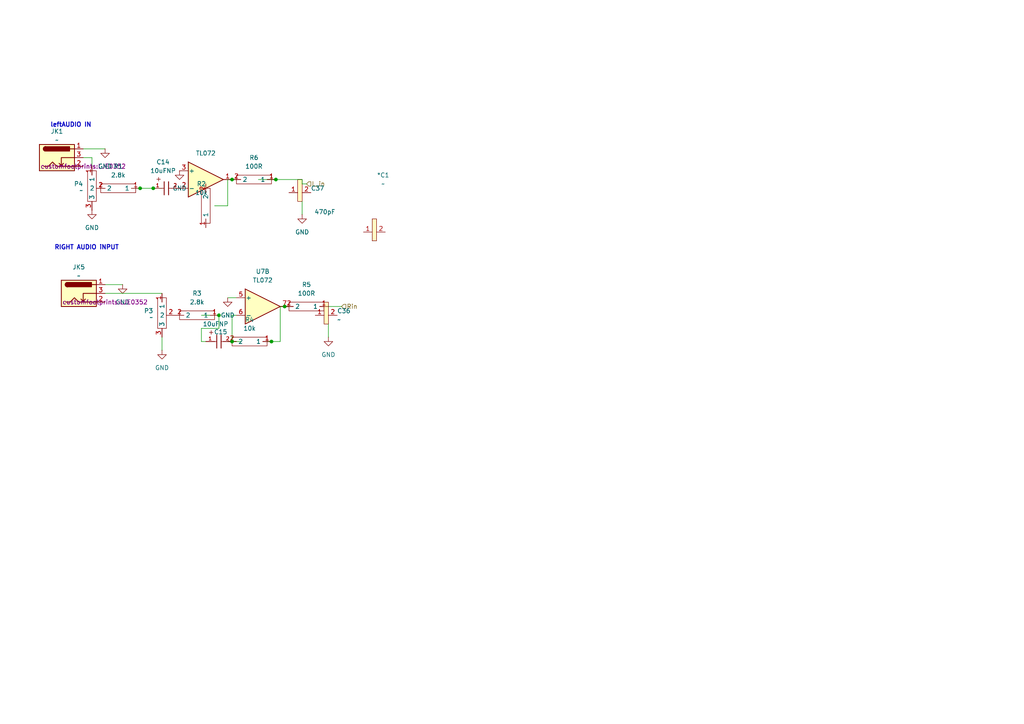
<source format=kicad_sch>
(kicad_sch
	(version 20231120)
	(generator "eeschema")
	(generator_version "8.0")
	(uuid "875d2c91-6325-4eed-92f5-a9778ccb833c")
	(paper "A4")
	(title_block
		(date "2025-10-02")
		(rev "1.02025")
	)
	(lib_symbols
		(symbol "Amplifier_Operational:TL072"
			(pin_names
				(offset 0.127)
			)
			(exclude_from_sim no)
			(in_bom yes)
			(on_board yes)
			(property "Reference" "U"
				(at 0 5.08 0)
				(effects
					(font
						(size 1.27 1.27)
					)
					(justify left)
				)
			)
			(property "Value" "TL072"
				(at 0 -5.08 0)
				(effects
					(font
						(size 1.27 1.27)
					)
					(justify left)
				)
			)
			(property "Footprint" ""
				(at 0 0 0)
				(effects
					(font
						(size 1.27 1.27)
					)
					(hide yes)
				)
			)
			(property "Datasheet" "http://www.ti.com/lit/ds/symlink/tl071.pdf"
				(at 0 0 0)
				(effects
					(font
						(size 1.27 1.27)
					)
					(hide yes)
				)
			)
			(property "Description" "Dual Low-Noise JFET-Input Operational Amplifiers, DIP-8/SOIC-8"
				(at 0 0 0)
				(effects
					(font
						(size 1.27 1.27)
					)
					(hide yes)
				)
			)
			(property "ki_locked" ""
				(at 0 0 0)
				(effects
					(font
						(size 1.27 1.27)
					)
				)
			)
			(property "ki_keywords" "dual opamp"
				(at 0 0 0)
				(effects
					(font
						(size 1.27 1.27)
					)
					(hide yes)
				)
			)
			(property "ki_fp_filters" "SOIC*3.9x4.9mm*P1.27mm* DIP*W7.62mm* TO*99* OnSemi*Micro8* TSSOP*3x3mm*P0.65mm* TSSOP*4.4x3mm*P0.65mm* MSOP*3x3mm*P0.65mm* SSOP*3.9x4.9mm*P0.635mm* LFCSP*2x2mm*P0.5mm* *SIP* SOIC*5.3x6.2mm*P1.27mm*"
				(at 0 0 0)
				(effects
					(font
						(size 1.27 1.27)
					)
					(hide yes)
				)
			)
			(symbol "TL072_1_1"
				(polyline
					(pts
						(xy -5.08 5.08) (xy 5.08 0) (xy -5.08 -5.08) (xy -5.08 5.08)
					)
					(stroke
						(width 0.254)
						(type default)
					)
					(fill
						(type background)
					)
				)
				(pin output line
					(at 7.62 0 180)
					(length 2.54)
					(name "~"
						(effects
							(font
								(size 1.27 1.27)
							)
						)
					)
					(number "1"
						(effects
							(font
								(size 1.27 1.27)
							)
						)
					)
				)
				(pin input line
					(at -7.62 -2.54 0)
					(length 2.54)
					(name "-"
						(effects
							(font
								(size 1.27 1.27)
							)
						)
					)
					(number "2"
						(effects
							(font
								(size 1.27 1.27)
							)
						)
					)
				)
				(pin input line
					(at -7.62 2.54 0)
					(length 2.54)
					(name "+"
						(effects
							(font
								(size 1.27 1.27)
							)
						)
					)
					(number "3"
						(effects
							(font
								(size 1.27 1.27)
							)
						)
					)
				)
			)
			(symbol "TL072_2_1"
				(polyline
					(pts
						(xy -5.08 5.08) (xy 5.08 0) (xy -5.08 -5.08) (xy -5.08 5.08)
					)
					(stroke
						(width 0.254)
						(type default)
					)
					(fill
						(type background)
					)
				)
				(pin input line
					(at -7.62 2.54 0)
					(length 2.54)
					(name "+"
						(effects
							(font
								(size 1.27 1.27)
							)
						)
					)
					(number "5"
						(effects
							(font
								(size 1.27 1.27)
							)
						)
					)
				)
				(pin input line
					(at -7.62 -2.54 0)
					(length 2.54)
					(name "-"
						(effects
							(font
								(size 1.27 1.27)
							)
						)
					)
					(number "6"
						(effects
							(font
								(size 1.27 1.27)
							)
						)
					)
				)
				(pin output line
					(at 7.62 0 180)
					(length 2.54)
					(name "~"
						(effects
							(font
								(size 1.27 1.27)
							)
						)
					)
					(number "7"
						(effects
							(font
								(size 1.27 1.27)
							)
						)
					)
				)
			)
			(symbol "TL072_3_1"
				(pin power_in line
					(at -2.54 -7.62 90)
					(length 3.81)
					(name "V-"
						(effects
							(font
								(size 1.27 1.27)
							)
						)
					)
					(number "4"
						(effects
							(font
								(size 1.27 1.27)
							)
						)
					)
				)
				(pin power_in line
					(at -2.54 7.62 270)
					(length 3.81)
					(name "V+"
						(effects
							(font
								(size 1.27 1.27)
							)
						)
					)
					(number "8"
						(effects
							(font
								(size 1.27 1.27)
							)
						)
					)
				)
			)
		)
		(symbol "common:CerCap"
			(exclude_from_sim no)
			(in_bom yes)
			(on_board yes)
			(property "Reference" "*C"
				(at 0 0 0)
				(effects
					(font
						(size 1.27 1.27)
					)
				)
			)
			(property "Value" ""
				(at 0 0 0)
				(effects
					(font
						(size 1.27 1.27)
					)
				)
			)
			(property "Footprint" "commonfootprint:Ceramic0603"
				(at 0 6.858 0)
				(effects
					(font
						(size 1.27 1.27)
					)
					(hide yes)
				)
			)
			(property "Datasheet" ""
				(at 0 0 0)
				(effects
					(font
						(size 1.27 1.27)
					)
					(hide yes)
				)
			)
			(property "Description" ""
				(at 0 0 0)
				(effects
					(font
						(size 1.27 1.27)
					)
					(hide yes)
				)
			)
			(symbol "CerCap_1_1"
				(rectangle
					(start -1.27 3.81)
					(end 0 -2.54)
					(stroke
						(width 0)
						(type default)
					)
					(fill
						(type background)
					)
				)
				(pin passive line
					(at -3.81 0 0)
					(length 2.54)
					(name ""
						(effects
							(font
								(size 1.27 1.27)
							)
						)
					)
					(number "1"
						(effects
							(font
								(size 1.27 1.27)
							)
						)
					)
				)
				(pin passive line
					(at 2.54 0 180)
					(length 2.54)
					(name ""
						(effects
							(font
								(size 1.27 1.27)
							)
						)
					)
					(number "2"
						(effects
							(font
								(size 1.27 1.27)
							)
						)
					)
				)
			)
		)
		(symbol "common:R"
			(exclude_from_sim no)
			(in_bom yes)
			(on_board yes)
			(property "Reference" "R*"
				(at 0 0 0)
				(effects
					(font
						(size 1.27 1.27)
					)
				)
			)
			(property "Value" ""
				(at 0 0 0)
				(effects
					(font
						(size 1.27 1.27)
					)
				)
			)
			(property "Footprint" "commonfootprint:Modcan0603"
				(at 0 0 0)
				(effects
					(font
						(size 1.27 1.27)
					)
					(hide yes)
				)
			)
			(property "Datasheet" ""
				(at 0 0 0)
				(effects
					(font
						(size 1.27 1.27)
					)
					(hide yes)
				)
			)
			(property "Description" ""
				(at 0 0 0)
				(effects
					(font
						(size 1.27 1.27)
					)
					(hide yes)
				)
			)
			(symbol "R_0_1"
				(rectangle
					(start -5.08 0)
					(end 5.08 -2.54)
					(stroke
						(width 0)
						(type default)
					)
					(fill
						(type none)
					)
				)
			)
			(symbol "R_1_1"
				(pin passive line
					(at -6.35 -1.27 0)
					(length 2.54)
					(name "1"
						(effects
							(font
								(size 1.27 1.27)
							)
						)
					)
					(number "1"
						(effects
							(font
								(size 1.27 1.27)
							)
						)
					)
				)
				(pin passive line
					(at 6.35 -1.27 180)
					(length 2.54)
					(name "2"
						(effects
							(font
								(size 1.27 1.27)
							)
						)
					)
					(number "2"
						(effects
							(font
								(size 1.27 1.27)
							)
						)
					)
				)
			)
		)
		(symbol "esp32lib:LJE0352"
			(exclude_from_sim no)
			(in_bom yes)
			(on_board yes)
			(property "Reference" "JK"
				(at 0 0 0)
				(effects
					(font
						(size 1.27 1.27)
					)
				)
			)
			(property "Value" ""
				(at 0 0 0)
				(effects
					(font
						(size 1.27 1.27)
					)
				)
			)
			(property "Footprint" "customfootprints:LJE0352"
				(at 0 0 0)
				(effects
					(font
						(size 1.27 1.27)
					)
					(hide yes)
				)
			)
			(property "Datasheet" ""
				(at 0 0 0)
				(effects
					(font
						(size 1.27 1.27)
					)
					(hide yes)
				)
			)
			(property "Description" ""
				(at 0 0 0)
				(effects
					(font
						(size 1.27 1.27)
					)
					(hide yes)
				)
			)
			(symbol "LJE0352_0_1"
				(rectangle
					(start -12.7 6.35)
					(end -2.54 -1.27)
					(stroke
						(width 0.254)
						(type default)
					)
					(fill
						(type background)
					)
				)
				(arc
					(start -10.922 5.715)
					(mid -11.5543 5.08)
					(end -10.922 4.445)
					(stroke
						(width 0.254)
						(type default)
					)
					(fill
						(type none)
					)
				)
				(arc
					(start -10.922 5.715)
					(mid -11.5543 5.08)
					(end -10.922 4.445)
					(stroke
						(width 0.254)
						(type default)
					)
					(fill
						(type outline)
					)
				)
				(rectangle
					(start -3.937 5.715)
					(end -10.922 4.445)
					(stroke
						(width 0.254)
						(type default)
					)
					(fill
						(type outline)
					)
				)
				(polyline
					(pts
						(xy -6.35 0.254) (xy -5.715 0.889)
					)
					(stroke
						(width 0.254)
						(type default)
					)
					(fill
						(type none)
					)
				)
				(polyline
					(pts
						(xy -2.54 5.08) (xy -3.81 5.08)
					)
					(stroke
						(width 0.254)
						(type default)
					)
					(fill
						(type none)
					)
				)
				(polyline
					(pts
						(xy -2.54 2.54) (xy -6.35 2.54) (xy -6.35 0.254) (xy -6.985 0.889)
					)
					(stroke
						(width 0.254)
						(type default)
					)
					(fill
						(type none)
					)
				)
				(polyline
					(pts
						(xy -11.43 0) (xy -10.16 0) (xy -8.89 1.27) (xy -7.62 0) (xy -5.08 0) (xy -2.54 0)
					)
					(stroke
						(width 0.254)
						(type default)
					)
					(fill
						(type none)
					)
				)
			)
			(symbol "LJE0352_1_1"
				(pin passive line
					(at 0 5.08 180)
					(length 2.54)
					(name "~"
						(effects
							(font
								(size 1.27 1.27)
							)
						)
					)
					(number "1"
						(effects
							(font
								(size 1.27 1.27)
							)
						)
					)
				)
				(pin passive line
					(at 0 0 180)
					(length 2.54)
					(name "~"
						(effects
							(font
								(size 1.27 1.27)
							)
						)
					)
					(number "2"
						(effects
							(font
								(size 1.27 1.27)
							)
						)
					)
				)
				(pin passive line
					(at 0 2.54 180)
					(length 2.54)
					(name "~"
						(effects
							(font
								(size 1.27 1.27)
							)
						)
					)
					(number "3"
						(effects
							(font
								(size 1.27 1.27)
							)
						)
					)
				)
			)
		)
		(symbol "esp32lib:Pot"
			(exclude_from_sim no)
			(in_bom yes)
			(on_board yes)
			(property "Reference" "P"
				(at 2.032 2.286 0)
				(effects
					(font
						(size 1.27 1.27)
					)
				)
			)
			(property "Value" ""
				(at 0 0 0)
				(effects
					(font
						(size 1.27 1.27)
					)
				)
			)
			(property "Footprint" "9mmsonghuie"
				(at 12.192 -5.842 0)
				(effects
					(font
						(size 1.27 1.27)
					)
					(hide yes)
				)
			)
			(property "Datasheet" ""
				(at 0 0 0)
				(effects
					(font
						(size 1.27 1.27)
					)
					(hide yes)
				)
			)
			(property "Description" ""
				(at 0 0 0)
				(effects
					(font
						(size 1.27 1.27)
					)
					(hide yes)
				)
			)
			(property "ki_keywords" "9mmPotSongHuie"
				(at 0 0 0)
				(effects
					(font
						(size 1.27 1.27)
					)
					(hide yes)
				)
			)
			(symbol "Pot_0_1"
				(rectangle
					(start -1.27 3.81)
					(end 1.27 -5.08)
					(stroke
						(width 0)
						(type default)
					)
					(fill
						(type none)
					)
				)
			)
			(symbol "Pot_1_1"
				(pin input line
					(at 0 5.08 270)
					(length 2.54)
					(name "1"
						(effects
							(font
								(size 1.27 1.27)
							)
						)
					)
					(number "1"
						(effects
							(font
								(size 1.27 1.27)
							)
						)
					)
				)
				(pin input line
					(at 3.81 -1.27 180)
					(length 2.54)
					(name "2"
						(effects
							(font
								(size 1.27 1.27)
							)
						)
					)
					(number "2"
						(effects
							(font
								(size 1.27 1.27)
							)
						)
					)
				)
				(pin input line
					(at 0 -7.62 90)
					(length 2.54)
					(name "3"
						(effects
							(font
								(size 1.27 1.27)
							)
						)
					)
					(number "3"
						(effects
							(font
								(size 1.27 1.27)
							)
						)
					)
				)
			)
		)
		(symbol "esp32lib:WCAP-PSLP_5X5.8"
			(pin_names
				(offset 1.016)
			)
			(exclude_from_sim no)
			(in_bom yes)
			(on_board yes)
			(property "Reference" "C"
				(at 1.175 3.38 0)
				(effects
					(font
						(size 1.27 1.27)
					)
					(justify bottom)
				)
			)
			(property "Value" "WCAP-PSLP_5X5.8"
				(at 0.915 -5.075 0)
				(effects
					(font
						(size 1.27 1.27)
					)
					(justify bottom)
				)
			)
			(property "Footprint" "customfootprints:WCAP-PSLP_5X5.8_DXL_"
				(at 0 0 0)
				(effects
					(font
						(size 1.27 1.27)
					)
					(justify bottom)
					(hide yes)
				)
			)
			(property "Datasheet" ""
				(at 0 0 0)
				(effects
					(font
						(size 1.27 1.27)
					)
					(hide yes)
				)
			)
			(property "Description" ""
				(at 0 0 0)
				(effects
					(font
						(size 1.27 1.27)
					)
					(hide yes)
				)
			)
			(property "ki_keywords" "NP10uF"
				(at 0 0 0)
				(effects
					(font
						(size 1.27 1.27)
					)
					(hide yes)
				)
			)
			(symbol "WCAP-PSLP_5X5.8_0_0"
				(polyline
					(pts
						(xy 0 0) (xy 0.6426 0)
					)
					(stroke
						(width 0.1524)
						(type default)
					)
					(fill
						(type none)
					)
				)
				(polyline
					(pts
						(xy 0.635 -1.905) (xy 0.635 1.905)
					)
					(stroke
						(width 0.254)
						(type default)
					)
					(fill
						(type none)
					)
				)
				(polyline
					(pts
						(xy 1.905 1.905) (xy 1.905 -1.905)
					)
					(stroke
						(width 0.254)
						(type default)
					)
					(fill
						(type none)
					)
				)
				(polyline
					(pts
						(xy 1.9279 0) (xy 2.5705 0)
					)
					(stroke
						(width 0.1524)
						(type default)
					)
					(fill
						(type none)
					)
				)
				(text "+"
					(at 2.54 -1.905 0)
					(effects
						(font
							(size 1.4224 1.4224)
						)
						(justify left bottom)
					)
				)
				(pin passive line
					(at 5.08 0 180)
					(length 2.54)
					(name "~"
						(effects
							(font
								(size 1.016 1.016)
							)
						)
					)
					(number "1"
						(effects
							(font
								(size 1.016 1.016)
							)
						)
					)
				)
				(pin passive line
					(at -2.54 0 0)
					(length 2.54)
					(name "~"
						(effects
							(font
								(size 1.016 1.016)
							)
						)
					)
					(number "2"
						(effects
							(font
								(size 1.016 1.016)
							)
						)
					)
				)
			)
		)
		(symbol "power:GND"
			(power)
			(pin_numbers hide)
			(pin_names
				(offset 0) hide)
			(exclude_from_sim no)
			(in_bom yes)
			(on_board yes)
			(property "Reference" "#PWR"
				(at 0 -6.35 0)
				(effects
					(font
						(size 1.27 1.27)
					)
					(hide yes)
				)
			)
			(property "Value" "GND"
				(at 0 -3.81 0)
				(effects
					(font
						(size 1.27 1.27)
					)
				)
			)
			(property "Footprint" ""
				(at 0 0 0)
				(effects
					(font
						(size 1.27 1.27)
					)
					(hide yes)
				)
			)
			(property "Datasheet" ""
				(at 0 0 0)
				(effects
					(font
						(size 1.27 1.27)
					)
					(hide yes)
				)
			)
			(property "Description" "Power symbol creates a global label with name \"GND\" , ground"
				(at 0 0 0)
				(effects
					(font
						(size 1.27 1.27)
					)
					(hide yes)
				)
			)
			(property "ki_keywords" "global power"
				(at 0 0 0)
				(effects
					(font
						(size 1.27 1.27)
					)
					(hide yes)
				)
			)
			(symbol "GND_0_1"
				(polyline
					(pts
						(xy 0 0) (xy 0 -1.27) (xy 1.27 -1.27) (xy 0 -2.54) (xy -1.27 -1.27) (xy 0 -1.27)
					)
					(stroke
						(width 0)
						(type default)
					)
					(fill
						(type none)
					)
				)
			)
			(symbol "GND_1_1"
				(pin power_in line
					(at 0 0 270)
					(length 0)
					(name "~"
						(effects
							(font
								(size 1.27 1.27)
							)
						)
					)
					(number "1"
						(effects
							(font
								(size 1.27 1.27)
							)
						)
					)
				)
			)
		)
	)
	(junction
		(at 80.01 52.07)
		(diameter 0)
		(color 0 0 0 0)
		(uuid "0719cef5-a4ad-4dfa-83ac-1024dae3ba3d")
	)
	(junction
		(at 40.64 54.61)
		(diameter 0)
		(color 0 0 0 0)
		(uuid "3e8976ce-900c-41f8-808b-8ef0acfe9059")
	)
	(junction
		(at 67.31 52.07)
		(diameter 0)
		(color 0 0 0 0)
		(uuid "4f2a761d-9690-4829-acd7-64b872c76079")
	)
	(junction
		(at 63.5 91.44)
		(diameter 0)
		(color 0 0 0 0)
		(uuid "5fa0499a-3fd2-488e-baf4-986f7e000781")
	)
	(junction
		(at 82.55 88.9)
		(diameter 0)
		(color 0 0 0 0)
		(uuid "8da10b97-8b72-4e90-a0be-a6eda6fb7f3a")
	)
	(junction
		(at 78.74 99.06)
		(diameter 0)
		(color 0 0 0 0)
		(uuid "9af3a65f-4ea7-49de-b111-605f23aca80b")
	)
	(junction
		(at 67.31 99.06)
		(diameter 0)
		(color 0 0 0 0)
		(uuid "f94293e5-2141-4844-84e3-eddce7f0897a")
	)
	(junction
		(at 44.45 54.61)
		(diameter 0)
		(color 0 0 0 0)
		(uuid "fadefa85-d616-4c47-b1d3-ec53eb6b5e7c")
	)
	(wire
		(pts
			(xy 30.48 82.55) (xy 35.56 82.55)
		)
		(stroke
			(width 0)
			(type default)
		)
		(uuid "03fd568b-13f9-44f7-b3f5-fd80d9e2a7d0")
	)
	(wire
		(pts
			(xy 40.64 54.61) (xy 44.45 54.61)
		)
		(stroke
			(width 0)
			(type default)
		)
		(uuid "0950eaea-572f-465a-bbef-86e8ea056d82")
	)
	(wire
		(pts
			(xy 26.67 45.72) (xy 26.67 48.26)
		)
		(stroke
			(width 0)
			(type default)
		)
		(uuid "09a8d43c-2b17-4e24-be7d-372ee1eed75e")
	)
	(wire
		(pts
			(xy 87.63 52.07) (xy 87.63 53.34)
		)
		(stroke
			(width 0)
			(type default)
		)
		(uuid "12514e18-8b86-4527-8754-4f8535fdb55f")
	)
	(wire
		(pts
			(xy 67.31 91.44) (xy 68.58 91.44)
		)
		(stroke
			(width 0)
			(type default)
		)
		(uuid "184a597f-6cb4-4d30-9239-aab089392f38")
	)
	(wire
		(pts
			(xy 24.13 45.72) (xy 26.67 45.72)
		)
		(stroke
			(width 0)
			(type default)
		)
		(uuid "1b0bdceb-8014-4f1c-8344-0e42abea7cd3")
	)
	(wire
		(pts
			(xy 24.13 43.18) (xy 30.48 43.18)
		)
		(stroke
			(width 0)
			(type default)
		)
		(uuid "2837f947-15d8-4916-8223-02ef353464b9")
	)
	(wire
		(pts
			(xy 38.1 54.61) (xy 40.64 54.61)
		)
		(stroke
			(width 0)
			(type default)
		)
		(uuid "2af9cc0a-62e2-4b89-bf40-696c7e01dfa6")
	)
	(wire
		(pts
			(xy 77.47 99.06) (xy 78.74 99.06)
		)
		(stroke
			(width 0)
			(type default)
		)
		(uuid "2d6e8e1f-d541-4a8e-9957-27e1a46aa6a3")
	)
	(wire
		(pts
			(xy 88.9 53.34) (xy 87.63 53.34)
		)
		(stroke
			(width 0)
			(type default)
		)
		(uuid "331549eb-8c22-4746-b8f6-8f4d86b1ec50")
	)
	(wire
		(pts
			(xy 63.5 91.44) (xy 58.42 91.44)
		)
		(stroke
			(width 0)
			(type default)
		)
		(uuid "33ac1d26-30ad-47a1-a183-b6744c3ce019")
	)
	(wire
		(pts
			(xy 81.28 88.9) (xy 82.55 88.9)
		)
		(stroke
			(width 0)
			(type default)
		)
		(uuid "37238d76-74ce-4e04-afd6-852b4ba04615")
	)
	(wire
		(pts
			(xy 62.23 59.69) (xy 66.04 59.69)
		)
		(stroke
			(width 0)
			(type default)
		)
		(uuid "396d4833-ca0b-4e8f-9034-285199bdf104")
	)
	(wire
		(pts
			(xy 80.01 52.07) (xy 87.63 52.07)
		)
		(stroke
			(width 0)
			(type default)
		)
		(uuid "39bdf9df-bd62-480e-97ef-e3eaa89f3ce8")
	)
	(wire
		(pts
			(xy 67.31 91.44) (xy 67.31 99.06)
		)
		(stroke
			(width 0)
			(type default)
		)
		(uuid "3e7cbaf3-5bea-43b0-b3e7-b0c073e3f800")
	)
	(wire
		(pts
			(xy 66.04 99.06) (xy 67.31 99.06)
		)
		(stroke
			(width 0)
			(type default)
		)
		(uuid "3f7ddef4-5c8c-41fe-8091-cf8375e08006")
	)
	(wire
		(pts
			(xy 30.48 85.09) (xy 46.99 85.09)
		)
		(stroke
			(width 0)
			(type default)
		)
		(uuid "40aaf123-8a83-4a6e-8c5b-5e28dcb65a1c")
	)
	(wire
		(pts
			(xy 58.42 95.25) (xy 63.5 95.25)
		)
		(stroke
			(width 0)
			(type default)
		)
		(uuid "53f766ba-198b-451b-8cad-112d3e2eca0d")
	)
	(wire
		(pts
			(xy 66.04 86.36) (xy 68.58 86.36)
		)
		(stroke
			(width 0)
			(type default)
		)
		(uuid "5974da68-0ff3-45e2-823f-5fb991f50cb3")
	)
	(wire
		(pts
			(xy 87.63 62.23) (xy 87.63 58.42)
		)
		(stroke
			(width 0)
			(type default)
		)
		(uuid "5f15098e-2b49-4308-be9f-54513d7e8d94")
	)
	(wire
		(pts
			(xy 44.45 54.61) (xy 46.99 54.61)
		)
		(stroke
			(width 0)
			(type default)
		)
		(uuid "6a7f5a3b-ea23-4d20-8bf3-bcaa69f4fb3c")
	)
	(wire
		(pts
			(xy 81.28 99.06) (xy 81.28 88.9)
		)
		(stroke
			(width 0)
			(type default)
		)
		(uuid "7593b70f-c502-4036-9bec-5ec3fe06c975")
	)
	(wire
		(pts
			(xy 99.06 88.9) (xy 95.25 88.9)
		)
		(stroke
			(width 0)
			(type default)
		)
		(uuid "7d7bc06e-d4f2-4f18-ab8d-6e2cafded8c8")
	)
	(wire
		(pts
			(xy 66.04 59.69) (xy 66.04 52.07)
		)
		(stroke
			(width 0)
			(type default)
		)
		(uuid "8405a3f8-9713-4653-803d-5277686668f0")
	)
	(wire
		(pts
			(xy 69.85 99.06) (xy 67.31 99.06)
		)
		(stroke
			(width 0)
			(type default)
		)
		(uuid "9273f9d6-7f13-47e3-92b1-7b7d7e1bf0e7")
	)
	(wire
		(pts
			(xy 82.55 88.9) (xy 83.82 88.9)
		)
		(stroke
			(width 0)
			(type default)
		)
		(uuid "96891e1a-3a1e-4ac6-a2a5-de079e72368a")
	)
	(wire
		(pts
			(xy 58.42 99.06) (xy 58.42 95.25)
		)
		(stroke
			(width 0)
			(type default)
		)
		(uuid "a011f69d-5136-4333-b930-86f03b30b2bb")
	)
	(wire
		(pts
			(xy 74.93 52.07) (xy 80.01 52.07)
		)
		(stroke
			(width 0)
			(type default)
		)
		(uuid "a8e02b42-6ff9-4ff8-9ca2-0cf8c0ee1ca2")
	)
	(wire
		(pts
			(xy 46.99 101.6) (xy 46.99 97.79)
		)
		(stroke
			(width 0)
			(type default)
		)
		(uuid "d1d06f48-d67e-4cff-9791-e21185b43701")
	)
	(wire
		(pts
			(xy 66.04 52.07) (xy 67.31 52.07)
		)
		(stroke
			(width 0)
			(type default)
		)
		(uuid "d462815f-b544-47c7-97f1-a344b4efe3ef")
	)
	(wire
		(pts
			(xy 78.74 99.06) (xy 81.28 99.06)
		)
		(stroke
			(width 0)
			(type default)
		)
		(uuid "e0b2cd75-7d3c-44cc-a7f2-84334ed412cc")
	)
	(wire
		(pts
			(xy 63.5 95.25) (xy 63.5 91.44)
		)
		(stroke
			(width 0)
			(type default)
		)
		(uuid "ee930a40-3361-45ce-9588-737b13cadefe")
	)
	(wire
		(pts
			(xy 95.25 97.79) (xy 95.25 93.98)
		)
		(stroke
			(width 0)
			(type default)
		)
		(uuid "f8f636d1-c303-408a-931b-e2b29052748d")
	)
	(wire
		(pts
			(xy 58.42 99.06) (xy 59.69 99.06)
		)
		(stroke
			(width 0)
			(type default)
		)
		(uuid "fc2a57ce-d7ca-47ea-9ac8-b20e87d0228d")
	)
	(text "RIGHT AUDIO iNPUT\n"
		(exclude_from_sim no)
		(at 25.146 71.882 0)
		(effects
			(font
				(size 1.27 1.27)
				(thickness 0.254)
				(bold yes)
			)
		)
		(uuid "9697d72e-0cb7-4209-aee5-df98681a8957")
	)
	(text "leftAUDIO IN\n"
		(exclude_from_sim no)
		(at 20.574 36.322 0)
		(effects
			(font
				(size 1.27 1.27)
				(thickness 0.254)
				(bold yes)
			)
		)
		(uuid "c30d2ff8-3058-498d-99b0-79adfa19b281")
	)
	(hierarchical_label "Rin"
		(shape input)
		(at 99.06 88.9 0)
		(effects
			(font
				(size 1.27 1.27)
			)
			(justify left)
		)
		(uuid "0482d661-7f29-40db-a718-b2bea02f8289")
	)
	(hierarchical_label "L_in"
		(shape input)
		(at 88.9 53.34 0)
		(effects
			(font
				(size 1.27 1.27)
			)
			(justify left)
		)
		(uuid "0ec96b42-d428-4cd8-94d5-9ac40e1e58dd")
	)
	(symbol
		(lib_id "common:R")
		(at 73.66 53.34 180)
		(unit 1)
		(exclude_from_sim no)
		(in_bom yes)
		(on_board yes)
		(dnp no)
		(fields_autoplaced yes)
		(uuid "02b52268-d9db-4319-a0ea-c13a17830019")
		(property "Reference" "R6"
			(at 73.66 45.72 0)
			(effects
				(font
					(size 1.27 1.27)
				)
			)
		)
		(property "Value" "100R"
			(at 73.66 48.26 0)
			(effects
				(font
					(size 1.27 1.27)
				)
			)
		)
		(property "Footprint" "commonfootprint:Modcan0603"
			(at 75.438 53.34 90)
			(effects
				(font
					(size 1.27 1.27)
				)
				(hide yes)
			)
		)
		(property "Datasheet" "~"
			(at 73.66 53.34 0)
			(effects
				(font
					(size 1.27 1.27)
				)
				(hide yes)
			)
		)
		(property "Description" "Resistor"
			(at 73.66 53.34 0)
			(effects
				(font
					(size 1.27 1.27)
				)
				(hide yes)
			)
		)
		(pin "1"
			(uuid "d582ae8d-36c9-4f9d-9d78-4ab04728767d")
		)
		(pin "2"
			(uuid "78fa66d6-4444-41ee-8eb3-a697e6eeabd9")
		)
		(instances
			(project "esp32"
				(path "/c4754426-a41b-4341-9d09-2e389619f3d6/32d637b3-b81c-4082-b7fa-739e0cc157fd/c3ee90a3-3bf6-46a1-8e78-8639215a2e13"
					(reference "R6")
					(unit 1)
				)
			)
		)
	)
	(symbol
		(lib_id "power:GND")
		(at 52.07 49.53 0)
		(unit 1)
		(exclude_from_sim no)
		(in_bom yes)
		(on_board yes)
		(dnp no)
		(fields_autoplaced yes)
		(uuid "1338716f-9912-4b1d-a705-5b0d0dad4f27")
		(property "Reference" "#PWR30"
			(at 52.07 55.88 0)
			(effects
				(font
					(size 1.27 1.27)
				)
				(hide yes)
			)
		)
		(property "Value" "GND"
			(at 52.07 54.61 0)
			(effects
				(font
					(size 1.27 1.27)
				)
			)
		)
		(property "Footprint" ""
			(at 52.07 49.53 0)
			(effects
				(font
					(size 1.27 1.27)
				)
				(hide yes)
			)
		)
		(property "Datasheet" ""
			(at 52.07 49.53 0)
			(effects
				(font
					(size 1.27 1.27)
				)
				(hide yes)
			)
		)
		(property "Description" "Power symbol creates a global label with name \"GND\" , ground"
			(at 52.07 49.53 0)
			(effects
				(font
					(size 1.27 1.27)
				)
				(hide yes)
			)
		)
		(pin "1"
			(uuid "224c683b-9b4b-4688-9d4e-c232febf9b0b")
		)
		(instances
			(project ""
				(path "/c4754426-a41b-4341-9d09-2e389619f3d6/32d637b3-b81c-4082-b7fa-739e0cc157fd/c3ee90a3-3bf6-46a1-8e78-8639215a2e13"
					(reference "#PWR30")
					(unit 1)
				)
			)
		)
	)
	(symbol
		(lib_id "power:GND")
		(at 35.56 82.55 0)
		(unit 1)
		(exclude_from_sim no)
		(in_bom yes)
		(on_board yes)
		(dnp no)
		(fields_autoplaced yes)
		(uuid "1b38d432-5354-4402-9e79-ed4cb30799a5")
		(property "Reference" "#PWR79"
			(at 35.56 88.9 0)
			(effects
				(font
					(size 1.27 1.27)
				)
				(hide yes)
			)
		)
		(property "Value" "GND"
			(at 35.56 87.63 0)
			(effects
				(font
					(size 1.27 1.27)
				)
			)
		)
		(property "Footprint" ""
			(at 35.56 82.55 0)
			(effects
				(font
					(size 1.27 1.27)
				)
				(hide yes)
			)
		)
		(property "Datasheet" ""
			(at 35.56 82.55 0)
			(effects
				(font
					(size 1.27 1.27)
				)
				(hide yes)
			)
		)
		(property "Description" "Power symbol creates a global label with name \"GND\" , ground"
			(at 35.56 82.55 0)
			(effects
				(font
					(size 1.27 1.27)
				)
				(hide yes)
			)
		)
		(pin "1"
			(uuid "7d665bc0-3812-470c-a0f4-9bf383c55f42")
		)
		(instances
			(project ""
				(path "/c4754426-a41b-4341-9d09-2e389619f3d6/32d637b3-b81c-4082-b7fa-739e0cc157fd/c3ee90a3-3bf6-46a1-8e78-8639215a2e13"
					(reference "#PWR79")
					(unit 1)
				)
			)
		)
	)
	(symbol
		(lib_id "power:GND")
		(at 87.63 62.23 0)
		(unit 1)
		(exclude_from_sim no)
		(in_bom yes)
		(on_board yes)
		(dnp no)
		(fields_autoplaced yes)
		(uuid "20600f08-0f88-4525-9e38-3b4745722023")
		(property "Reference" "#PWR85"
			(at 87.63 68.58 0)
			(effects
				(font
					(size 1.27 1.27)
				)
				(hide yes)
			)
		)
		(property "Value" "GND"
			(at 87.63 67.31 0)
			(effects
				(font
					(size 1.27 1.27)
				)
			)
		)
		(property "Footprint" ""
			(at 87.63 62.23 0)
			(effects
				(font
					(size 1.27 1.27)
				)
				(hide yes)
			)
		)
		(property "Datasheet" ""
			(at 87.63 62.23 0)
			(effects
				(font
					(size 1.27 1.27)
				)
				(hide yes)
			)
		)
		(property "Description" "Power symbol creates a global label with name \"GND\" , ground"
			(at 87.63 62.23 0)
			(effects
				(font
					(size 1.27 1.27)
				)
				(hide yes)
			)
		)
		(pin "1"
			(uuid "7dd49145-a9c5-4e14-8bc3-c47dcf3eb8c4")
		)
		(instances
			(project ""
				(path "/c4754426-a41b-4341-9d09-2e389619f3d6/32d637b3-b81c-4082-b7fa-739e0cc157fd/c3ee90a3-3bf6-46a1-8e78-8639215a2e13"
					(reference "#PWR85")
					(unit 1)
				)
			)
		)
	)
	(symbol
		(lib_id "Amplifier_Operational:TL072")
		(at 76.2 88.9 0)
		(unit 2)
		(exclude_from_sim no)
		(in_bom yes)
		(on_board yes)
		(dnp no)
		(fields_autoplaced yes)
		(uuid "2a557b31-c8ce-4733-81ef-caf881bf7b24")
		(property "Reference" "U7"
			(at 76.2 78.74 0)
			(effects
				(font
					(size 1.27 1.27)
				)
			)
		)
		(property "Value" "TL072"
			(at 76.2 81.28 0)
			(effects
				(font
					(size 1.27 1.27)
				)
			)
		)
		(property "Footprint" ""
			(at 76.2 88.9 0)
			(effects
				(font
					(size 1.27 1.27)
				)
				(hide yes)
			)
		)
		(property "Datasheet" "http://www.ti.com/lit/ds/symlink/tl071.pdf"
			(at 76.2 88.9 0)
			(effects
				(font
					(size 1.27 1.27)
				)
				(hide yes)
			)
		)
		(property "Description" "Dual Low-Noise JFET-Input Operational Amplifiers, DIP-8/SOIC-8"
			(at 76.2 88.9 0)
			(effects
				(font
					(size 1.27 1.27)
				)
				(hide yes)
			)
		)
		(pin "3"
			(uuid "fa88937e-b984-4b55-a1ca-cf6f56d0a104")
		)
		(pin "1"
			(uuid "8cdf1271-c2a1-46e1-98e7-c61838f484f5")
		)
		(pin "2"
			(uuid "afd25439-5549-446d-ad25-89b58c37be00")
		)
		(pin "5"
			(uuid "a8461d26-c054-4ff0-b931-5e431425f175")
		)
		(pin "6"
			(uuid "796ccd6a-d74a-4b94-8cf5-d76f90874627")
		)
		(pin "7"
			(uuid "73de30db-3eca-41dc-818d-dff88e8c81de")
		)
		(pin "4"
			(uuid "3f3006ee-7d2c-4060-8090-c1714ff20d97")
		)
		(pin "8"
			(uuid "556405b3-8ac4-45f1-92a5-dda17cdc8017")
		)
		(instances
			(project ""
				(path "/c4754426-a41b-4341-9d09-2e389619f3d6/32d637b3-b81c-4082-b7fa-739e0cc157fd/c3ee90a3-3bf6-46a1-8e78-8639215a2e13"
					(reference "U7")
					(unit 2)
				)
			)
		)
	)
	(symbol
		(lib_id "esp32lib:LJE0352")
		(at 30.48 87.63 0)
		(unit 1)
		(exclude_from_sim no)
		(in_bom yes)
		(on_board yes)
		(dnp no)
		(fields_autoplaced yes)
		(uuid "3f49ff68-ddf4-4bc8-8913-f104e9ea587d")
		(property "Reference" "JK5"
			(at 22.86 77.47 0)
			(effects
				(font
					(size 1.27 1.27)
				)
			)
		)
		(property "Value" "~"
			(at 22.86 80.01 0)
			(effects
				(font
					(size 1.27 1.27)
				)
			)
		)
		(property "Footprint" "customfootprints:LJE0352"
			(at 30.48 87.63 0)
			(effects
				(font
					(size 1.27 1.27)
				)
			)
		)
		(property "Datasheet" ""
			(at 30.48 87.63 0)
			(effects
				(font
					(size 1.27 1.27)
				)
				(hide yes)
			)
		)
		(property "Description" ""
			(at 30.48 87.63 0)
			(effects
				(font
					(size 1.27 1.27)
				)
				(hide yes)
			)
		)
		(pin "2"
			(uuid "1bd8b1e4-7517-491b-b199-08cf3a76dd94")
		)
		(pin "1"
			(uuid "803ab8f5-68d3-4252-b23e-8c80f568d768")
		)
		(pin "3"
			(uuid "7e7048b0-5358-4ad3-95e9-d5780d02946c")
		)
		(instances
			(project ""
				(path "/c4754426-a41b-4341-9d09-2e389619f3d6/32d637b3-b81c-4082-b7fa-739e0cc157fd/c3ee90a3-3bf6-46a1-8e78-8639215a2e13"
					(reference "JK5")
					(unit 1)
				)
			)
		)
	)
	(symbol
		(lib_id "esp32lib:Pot")
		(at 26.67 53.34 0)
		(unit 1)
		(exclude_from_sim no)
		(in_bom yes)
		(on_board yes)
		(dnp no)
		(fields_autoplaced yes)
		(uuid "3fa731c4-0c74-4b47-99db-f6a7e4945329")
		(property "Reference" "P4"
			(at 24.13 53.3399 0)
			(effects
				(font
					(size 1.27 1.27)
				)
				(justify right)
			)
		)
		(property "Value" "~"
			(at 24.13 55.245 0)
			(effects
				(font
					(size 1.27 1.27)
				)
				(justify right)
			)
		)
		(property "Footprint" "9mmsonghuie"
			(at 38.862 59.182 0)
			(effects
				(font
					(size 1.27 1.27)
				)
				(hide yes)
			)
		)
		(property "Datasheet" ""
			(at 26.67 53.34 0)
			(effects
				(font
					(size 1.27 1.27)
				)
				(hide yes)
			)
		)
		(property "Description" ""
			(at 26.67 53.34 0)
			(effects
				(font
					(size 1.27 1.27)
				)
				(hide yes)
			)
		)
		(pin "3"
			(uuid "92025321-5ab9-4ed2-b335-47072a31700d")
		)
		(pin "2"
			(uuid "7eac0ac3-dc0e-4cc0-a65e-045062ed842e")
		)
		(pin "1"
			(uuid "5279cba1-da40-4cf1-97b2-7b40d6e3a14a")
		)
		(instances
			(project ""
				(path "/c4754426-a41b-4341-9d09-2e389619f3d6/32d637b3-b81c-4082-b7fa-739e0cc157fd/c3ee90a3-3bf6-46a1-8e78-8639215a2e13"
					(reference "P4")
					(unit 1)
				)
			)
		)
	)
	(symbol
		(lib_id "esp32lib:LJE0352")
		(at 24.13 48.26 0)
		(unit 1)
		(exclude_from_sim no)
		(in_bom yes)
		(on_board yes)
		(dnp no)
		(fields_autoplaced yes)
		(uuid "4a85d548-9f29-4847-895a-1c03b941bfa6")
		(property "Reference" "JK1"
			(at 16.51 38.1 0)
			(effects
				(font
					(size 1.27 1.27)
				)
			)
		)
		(property "Value" "~"
			(at 16.51 40.64 0)
			(effects
				(font
					(size 1.27 1.27)
				)
			)
		)
		(property "Footprint" "customfootprints:LJE0352"
			(at 24.13 48.26 0)
			(effects
				(font
					(size 1.27 1.27)
				)
			)
		)
		(property "Datasheet" ""
			(at 24.13 48.26 0)
			(effects
				(font
					(size 1.27 1.27)
				)
				(hide yes)
			)
		)
		(property "Description" ""
			(at 24.13 48.26 0)
			(effects
				(font
					(size 1.27 1.27)
				)
				(hide yes)
			)
		)
		(pin "1"
			(uuid "49e5f970-6dda-4cfd-bcd2-7801c03597be")
		)
		(pin "2"
			(uuid "67d7770a-d08b-4b32-b04f-ec09f9a9a147")
		)
		(pin "3"
			(uuid "b6b658fe-e9af-40f3-8b96-4a918ee3ae3f")
		)
		(instances
			(project ""
				(path "/c4754426-a41b-4341-9d09-2e389619f3d6/32d637b3-b81c-4082-b7fa-739e0cc157fd/c3ee90a3-3bf6-46a1-8e78-8639215a2e13"
					(reference "JK1")
					(unit 1)
				)
			)
		)
	)
	(symbol
		(lib_id "common:R")
		(at 58.42 59.69 90)
		(unit 1)
		(exclude_from_sim no)
		(in_bom yes)
		(on_board yes)
		(dnp no)
		(fields_autoplaced yes)
		(uuid "5d63ac91-61bc-4a88-8082-311fd07dd9fa")
		(property "Reference" "R2"
			(at 58.42 53.34 90)
			(effects
				(font
					(size 1.27 1.27)
				)
			)
		)
		(property "Value" "10k"
			(at 58.42 55.88 90)
			(effects
				(font
					(size 1.27 1.27)
				)
			)
		)
		(property "Footprint" "commonfootprint:Modcan0603"
			(at 58.42 61.468 90)
			(effects
				(font
					(size 1.27 1.27)
				)
				(hide yes)
			)
		)
		(property "Datasheet" "~"
			(at 58.42 59.69 0)
			(effects
				(font
					(size 1.27 1.27)
				)
				(hide yes)
			)
		)
		(property "Description" "Resistor"
			(at 58.42 59.69 0)
			(effects
				(font
					(size 1.27 1.27)
				)
				(hide yes)
			)
		)
		(pin "1"
			(uuid "540980f3-e0c3-451a-af4a-db0ac48ef90f")
		)
		(pin "2"
			(uuid "df7e890d-998c-4101-bd52-eb253054ab36")
		)
		(instances
			(project ""
				(path "/c4754426-a41b-4341-9d09-2e389619f3d6/32d637b3-b81c-4082-b7fa-739e0cc157fd/c3ee90a3-3bf6-46a1-8e78-8639215a2e13"
					(reference "R2")
					(unit 1)
				)
			)
		)
	)
	(symbol
		(lib_id "power:GND")
		(at 66.04 86.36 0)
		(unit 1)
		(exclude_from_sim no)
		(in_bom yes)
		(on_board yes)
		(dnp no)
		(fields_autoplaced yes)
		(uuid "7117f3af-b21d-4f65-919d-d6bc2ba2d503")
		(property "Reference" "#PWR36"
			(at 66.04 92.71 0)
			(effects
				(font
					(size 1.27 1.27)
				)
				(hide yes)
			)
		)
		(property "Value" "GND"
			(at 66.04 91.44 0)
			(effects
				(font
					(size 1.27 1.27)
				)
			)
		)
		(property "Footprint" ""
			(at 66.04 86.36 0)
			(effects
				(font
					(size 1.27 1.27)
				)
				(hide yes)
			)
		)
		(property "Datasheet" ""
			(at 66.04 86.36 0)
			(effects
				(font
					(size 1.27 1.27)
				)
				(hide yes)
			)
		)
		(property "Description" "Power symbol creates a global label with name \"GND\" , ground"
			(at 66.04 86.36 0)
			(effects
				(font
					(size 1.27 1.27)
				)
				(hide yes)
			)
		)
		(pin "1"
			(uuid "9d2b779e-3bd6-4665-97d0-f884dcf906c3")
		)
		(instances
			(project ""
				(path "/c4754426-a41b-4341-9d09-2e389619f3d6/32d637b3-b81c-4082-b7fa-739e0cc157fd/c3ee90a3-3bf6-46a1-8e78-8639215a2e13"
					(reference "#PWR36")
					(unit 1)
				)
			)
		)
	)
	(symbol
		(lib_id "esp32lib:WCAP-PSLP_5X5.8")
		(at 64.77 99.06 180)
		(unit 1)
		(exclude_from_sim no)
		(in_bom yes)
		(on_board yes)
		(dnp no)
		(uuid "7c748dce-3389-4399-bcda-a851b54e1a1b")
		(property "Reference" "C15"
			(at 64.008 96.266 0)
			(effects
				(font
					(size 1.27 1.27)
				)
			)
		)
		(property "Value" "10uFNP"
			(at 62.5331 93.98 0)
			(effects
				(font
					(size 1.27 1.27)
				)
			)
		)
		(property "Footprint" "customfootprints:WCAP-PSLP_5X5.8_DXL_"
			(at 64.77 99.06 0)
			(effects
				(font
					(size 1.27 1.27)
				)
				(justify bottom)
				(hide yes)
			)
		)
		(property "Datasheet" ""
			(at 64.77 99.06 0)
			(effects
				(font
					(size 1.27 1.27)
				)
				(hide yes)
			)
		)
		(property "Description" ""
			(at 64.77 99.06 0)
			(effects
				(font
					(size 1.27 1.27)
				)
				(hide yes)
			)
		)
		(pin "2"
			(uuid "d6eb1f5e-de73-401b-bd88-03327403b574")
		)
		(pin "1"
			(uuid "74f15bf3-a861-4cd5-bcf3-96e63ae8c467")
		)
		(instances
			(project ""
				(path "/c4754426-a41b-4341-9d09-2e389619f3d6/32d637b3-b81c-4082-b7fa-739e0cc157fd/c3ee90a3-3bf6-46a1-8e78-8639215a2e13"
					(reference "C15")
					(unit 1)
				)
			)
		)
	)
	(symbol
		(lib_id "common:R")
		(at 34.29 55.88 180)
		(unit 1)
		(exclude_from_sim no)
		(in_bom yes)
		(on_board yes)
		(dnp no)
		(fields_autoplaced yes)
		(uuid "8ca42934-d12f-4415-aad8-1508842da70c")
		(property "Reference" "R1"
			(at 34.29 48.26 0)
			(effects
				(font
					(size 1.27 1.27)
				)
			)
		)
		(property "Value" "2.8k"
			(at 34.29 50.8 0)
			(effects
				(font
					(size 1.27 1.27)
				)
			)
		)
		(property "Footprint" "commonfootprint:Modcan0603"
			(at 36.068 55.88 90)
			(effects
				(font
					(size 1.27 1.27)
				)
				(hide yes)
			)
		)
		(property "Datasheet" "~"
			(at 34.29 55.88 0)
			(effects
				(font
					(size 1.27 1.27)
				)
				(hide yes)
			)
		)
		(property "Description" "Resistor"
			(at 34.29 55.88 0)
			(effects
				(font
					(size 1.27 1.27)
				)
				(hide yes)
			)
		)
		(property "Field5" ""
			(at 34.29 55.88 90)
			(effects
				(font
					(size 1.27 1.27)
				)
				(hide yes)
			)
		)
		(property "Field6" ""
			(at 34.29 55.88 90)
			(effects
				(font
					(size 1.27 1.27)
				)
				(hide yes)
			)
		)
		(pin "1"
			(uuid "f529b75e-1263-43e8-b86f-ca6a69b93119")
		)
		(pin "2"
			(uuid "164450e7-dca2-4dd3-b20a-d763e5090cd8")
		)
		(instances
			(project ""
				(path "/c4754426-a41b-4341-9d09-2e389619f3d6/32d637b3-b81c-4082-b7fa-739e0cc157fd/c3ee90a3-3bf6-46a1-8e78-8639215a2e13"
					(reference "R1")
					(unit 1)
				)
			)
		)
	)
	(symbol
		(lib_id "Amplifier_Operational:TL072")
		(at 59.69 52.07 0)
		(unit 1)
		(exclude_from_sim no)
		(in_bom yes)
		(on_board yes)
		(dnp no)
		(fields_autoplaced yes)
		(uuid "8de2f2db-07e8-43a1-9d2c-fcddea556eb3")
		(property "Reference" "U8"
			(at 59.69 41.91 0)
			(effects
				(font
					(size 1.27 1.27)
				)
				(hide yes)
			)
		)
		(property "Value" "TL072"
			(at 59.69 44.45 0)
			(effects
				(font
					(size 1.27 1.27)
				)
			)
		)
		(property "Footprint" ""
			(at 59.69 52.07 0)
			(effects
				(font
					(size 1.27 1.27)
				)
				(hide yes)
			)
		)
		(property "Datasheet" "http://www.ti.com/lit/ds/symlink/tl071.pdf"
			(at 59.69 52.07 0)
			(effects
				(font
					(size 1.27 1.27)
				)
				(hide yes)
			)
		)
		(property "Description" "Dual Low-Noise JFET-Input Operational Amplifiers, DIP-8/SOIC-8"
			(at 59.69 52.07 0)
			(effects
				(font
					(size 1.27 1.27)
				)
				(hide yes)
			)
		)
		(pin "3"
			(uuid "fa88937e-b984-4b55-a1ca-cf6f56d0a105")
		)
		(pin "1"
			(uuid "8cdf1271-c2a1-46e1-98e7-c61838f484f6")
		)
		(pin "2"
			(uuid "afd25439-5549-446d-ad25-89b58c37be01")
		)
		(pin "5"
			(uuid "a8461d26-c054-4ff0-b931-5e431425f176")
		)
		(pin "6"
			(uuid "796ccd6a-d74a-4b94-8cf5-d76f90874628")
		)
		(pin "7"
			(uuid "73de30db-3eca-41dc-818d-dff88e8c81df")
		)
		(pin "4"
			(uuid "3f3006ee-7d2c-4060-8090-c1714ff20d98")
		)
		(pin "8"
			(uuid "556405b3-8ac4-45f1-92a5-dda17cdc8018")
		)
		(instances
			(project ""
				(path "/c4754426-a41b-4341-9d09-2e389619f3d6/32d637b3-b81c-4082-b7fa-739e0cc157fd/c3ee90a3-3bf6-46a1-8e78-8639215a2e13"
					(reference "U8")
					(unit 1)
				)
			)
		)
	)
	(symbol
		(lib_id "esp32lib:WCAP-PSLP_5X5.8")
		(at 49.53 54.61 180)
		(unit 1)
		(exclude_from_sim no)
		(in_bom yes)
		(on_board yes)
		(dnp no)
		(fields_autoplaced yes)
		(uuid "9535a0de-0a58-41ab-8c3d-6ceac797c114")
		(property "Reference" "C14"
			(at 47.2931 46.99 0)
			(effects
				(font
					(size 1.27 1.27)
				)
			)
		)
		(property "Value" "10uFNP"
			(at 47.2931 49.53 0)
			(effects
				(font
					(size 1.27 1.27)
				)
			)
		)
		(property "Footprint" "customfootprints:WCAP-PSLP_5X5.8_DXL_"
			(at 49.53 54.61 0)
			(effects
				(font
					(size 1.27 1.27)
				)
				(justify bottom)
				(hide yes)
			)
		)
		(property "Datasheet" ""
			(at 49.53 54.61 0)
			(effects
				(font
					(size 1.27 1.27)
				)
				(hide yes)
			)
		)
		(property "Description" ""
			(at 49.53 54.61 0)
			(effects
				(font
					(size 1.27 1.27)
				)
				(hide yes)
			)
		)
		(pin "1"
			(uuid "f94ad58d-60be-4f96-9b3b-857d6d5187ee")
		)
		(pin "2"
			(uuid "4999cd5d-ea14-422c-8533-4110db5f5ab8")
		)
		(instances
			(project ""
				(path "/c4754426-a41b-4341-9d09-2e389619f3d6/32d637b3-b81c-4082-b7fa-739e0cc157fd/c3ee90a3-3bf6-46a1-8e78-8639215a2e13"
					(reference "C14")
					(unit 1)
				)
			)
		)
	)
	(symbol
		(lib_id "common:CerCap")
		(at 109.22 67.31 0)
		(unit 1)
		(exclude_from_sim no)
		(in_bom yes)
		(on_board yes)
		(dnp no)
		(fields_autoplaced yes)
		(uuid "9c69306a-61af-4a21-afe7-3038e45fae8a")
		(property "Reference" "*C1"
			(at 111.125 50.8 0)
			(effects
				(font
					(size 1.27 1.27)
				)
			)
		)
		(property "Value" "~"
			(at 111.125 53.34 0)
			(effects
				(font
					(size 1.27 1.27)
				)
			)
		)
		(property "Footprint" "commonfootprint:Ceramic0603"
			(at 109.22 67.31 0)
			(effects
				(font
					(size 1.27 1.27)
				)
				(hide yes)
			)
		)
		(property "Datasheet" ""
			(at 109.22 67.31 0)
			(effects
				(font
					(size 1.27 1.27)
				)
				(hide yes)
			)
		)
		(property "Description" ""
			(at 109.22 67.31 0)
			(effects
				(font
					(size 1.27 1.27)
				)
				(hide yes)
			)
		)
		(pin "1"
			(uuid "0eb9c527-be79-4ccb-b9cd-e72211e26345")
		)
		(pin "2"
			(uuid "e420b3f5-1191-4949-b56e-ed319b07a66b")
		)
		(instances
			(project ""
				(path "/c4754426-a41b-4341-9d09-2e389619f3d6/32d637b3-b81c-4082-b7fa-739e0cc157fd/c3ee90a3-3bf6-46a1-8e78-8639215a2e13"
					(reference "*C1")
					(unit 1)
				)
			)
		)
	)
	(symbol
		(lib_id "common:R")
		(at 57.15 92.71 180)
		(unit 1)
		(exclude_from_sim no)
		(in_bom yes)
		(on_board yes)
		(dnp no)
		(fields_autoplaced yes)
		(uuid "a2d44b6a-85b2-435d-b587-d8432237de0f")
		(property "Reference" "R3"
			(at 57.15 85.09 0)
			(effects
				(font
					(size 1.27 1.27)
				)
			)
		)
		(property "Value" "2.8k"
			(at 57.15 87.63 0)
			(effects
				(font
					(size 1.27 1.27)
				)
			)
		)
		(property "Footprint" "commonfootprint:Modcan0603"
			(at 58.928 92.71 90)
			(effects
				(font
					(size 1.27 1.27)
				)
				(hide yes)
			)
		)
		(property "Datasheet" "~"
			(at 57.15 92.71 0)
			(effects
				(font
					(size 1.27 1.27)
				)
				(hide yes)
			)
		)
		(property "Description" "Resistor"
			(at 57.15 92.71 0)
			(effects
				(font
					(size 1.27 1.27)
				)
				(hide yes)
			)
		)
		(pin "2"
			(uuid "eec6d9f8-660d-449a-8de5-cb90577aa792")
		)
		(pin "1"
			(uuid "2b465aee-1cbc-41c6-912c-e9a9b5718d43")
		)
		(instances
			(project ""
				(path "/c4754426-a41b-4341-9d09-2e389619f3d6/32d637b3-b81c-4082-b7fa-739e0cc157fd/c3ee90a3-3bf6-46a1-8e78-8639215a2e13"
					(reference "R3")
					(unit 1)
				)
			)
		)
	)
	(symbol
		(lib_id "common:CerCap")
		(at 87.63 55.88 0)
		(unit 1)
		(exclude_from_sim no)
		(in_bom yes)
		(on_board yes)
		(dnp no)
		(fields_autoplaced yes)
		(uuid "accad9bd-8837-4224-b7a6-5c4428ec7298")
		(property "Reference" "C37"
			(at 90.17 54.6162 0)
			(effects
				(font
					(size 1.27 1.27)
				)
				(justify left)
			)
		)
		(property "Value" "470pF"
			(at 91.186 61.468 0)
			(effects
				(font
					(size 1.27 1.27)
				)
				(justify left)
			)
		)
		(property "Footprint" "commonfootprint:Ceramic0603"
			(at 87.122 50.546 0)
			(effects
				(font
					(size 1.27 1.27)
				)
				(hide yes)
			)
		)
		(property "Datasheet" "~"
			(at 87.63 55.88 0)
			(effects
				(font
					(size 1.27 1.27)
				)
				(hide yes)
			)
		)
		(property "Description" ""
			(at 87.63 55.88 0)
			(effects
				(font
					(size 1.27 1.27)
				)
				(hide yes)
			)
		)
		(pin "2"
			(uuid "210ecc7e-c7b3-4ddf-9ba4-607bc389dcb6")
		)
		(pin "1"
			(uuid "0137598d-ca54-4841-a563-0db22a4d5eb1")
		)
		(instances
			(project ""
				(path "/c4754426-a41b-4341-9d09-2e389619f3d6/32d637b3-b81c-4082-b7fa-739e0cc157fd/c3ee90a3-3bf6-46a1-8e78-8639215a2e13"
					(reference "C37")
					(unit 1)
				)
			)
		)
	)
	(symbol
		(lib_id "esp32lib:Pot")
		(at 46.99 90.17 0)
		(unit 1)
		(exclude_from_sim no)
		(in_bom yes)
		(on_board yes)
		(dnp no)
		(fields_autoplaced yes)
		(uuid "afe969aa-eafe-4e9c-a56e-ea7aa2a2095f")
		(property "Reference" "P3"
			(at 44.45 90.1699 0)
			(effects
				(font
					(size 1.27 1.27)
				)
				(justify right)
			)
		)
		(property "Value" "~"
			(at 44.45 92.075 0)
			(effects
				(font
					(size 1.27 1.27)
				)
				(justify right)
			)
		)
		(property "Footprint" "9mmsonghuie"
			(at 59.182 96.012 0)
			(effects
				(font
					(size 1.27 1.27)
				)
				(hide yes)
			)
		)
		(property "Datasheet" ""
			(at 46.99 90.17 0)
			(effects
				(font
					(size 1.27 1.27)
				)
				(hide yes)
			)
		)
		(property "Description" ""
			(at 46.99 90.17 0)
			(effects
				(font
					(size 1.27 1.27)
				)
				(hide yes)
			)
		)
		(pin "1"
			(uuid "95ec4006-5e9c-4647-b2fd-8132a318fb04")
		)
		(pin "2"
			(uuid "a9a18a46-7692-4546-b390-00b97671e103")
		)
		(pin "3"
			(uuid "03adaf0e-4eb7-4e41-9558-8a6e9b167d90")
		)
		(instances
			(project ""
				(path "/c4754426-a41b-4341-9d09-2e389619f3d6/32d637b3-b81c-4082-b7fa-739e0cc157fd/c3ee90a3-3bf6-46a1-8e78-8639215a2e13"
					(reference "P3")
					(unit 1)
				)
			)
		)
	)
	(symbol
		(lib_id "power:GND")
		(at 46.99 101.6 0)
		(unit 1)
		(exclude_from_sim no)
		(in_bom yes)
		(on_board yes)
		(dnp no)
		(fields_autoplaced yes)
		(uuid "b2f3f687-f160-4d79-9fee-6f44dcc6fcf6")
		(property "Reference" "#PWR37"
			(at 46.99 107.95 0)
			(effects
				(font
					(size 1.27 1.27)
				)
				(hide yes)
			)
		)
		(property "Value" "GND"
			(at 46.99 106.68 0)
			(effects
				(font
					(size 1.27 1.27)
				)
			)
		)
		(property "Footprint" ""
			(at 46.99 101.6 0)
			(effects
				(font
					(size 1.27 1.27)
				)
				(hide yes)
			)
		)
		(property "Datasheet" ""
			(at 46.99 101.6 0)
			(effects
				(font
					(size 1.27 1.27)
				)
				(hide yes)
			)
		)
		(property "Description" "Power symbol creates a global label with name \"GND\" , ground"
			(at 46.99 101.6 0)
			(effects
				(font
					(size 1.27 1.27)
				)
				(hide yes)
			)
		)
		(pin "1"
			(uuid "a38e1189-680a-47f7-a154-37f87cb67d74")
		)
		(instances
			(project ""
				(path "/c4754426-a41b-4341-9d09-2e389619f3d6/32d637b3-b81c-4082-b7fa-739e0cc157fd/c3ee90a3-3bf6-46a1-8e78-8639215a2e13"
					(reference "#PWR37")
					(unit 1)
				)
			)
		)
	)
	(symbol
		(lib_id "power:GND")
		(at 95.25 97.79 0)
		(unit 1)
		(exclude_from_sim no)
		(in_bom yes)
		(on_board yes)
		(dnp no)
		(fields_autoplaced yes)
		(uuid "b545bd8f-c72a-4c99-9fb5-cf7d02e4a757")
		(property "Reference" "#PWR84"
			(at 95.25 104.14 0)
			(effects
				(font
					(size 1.27 1.27)
				)
				(hide yes)
			)
		)
		(property "Value" "GND"
			(at 95.25 102.87 0)
			(effects
				(font
					(size 1.27 1.27)
				)
			)
		)
		(property "Footprint" ""
			(at 95.25 97.79 0)
			(effects
				(font
					(size 1.27 1.27)
				)
				(hide yes)
			)
		)
		(property "Datasheet" ""
			(at 95.25 97.79 0)
			(effects
				(font
					(size 1.27 1.27)
				)
				(hide yes)
			)
		)
		(property "Description" "Power symbol creates a global label with name \"GND\" , ground"
			(at 95.25 97.79 0)
			(effects
				(font
					(size 1.27 1.27)
				)
				(hide yes)
			)
		)
		(pin "1"
			(uuid "f166e210-3da2-4810-a4db-e1c74e9e092b")
		)
		(instances
			(project ""
				(path "/c4754426-a41b-4341-9d09-2e389619f3d6/32d637b3-b81c-4082-b7fa-739e0cc157fd/c3ee90a3-3bf6-46a1-8e78-8639215a2e13"
					(reference "#PWR84")
					(unit 1)
				)
			)
		)
	)
	(symbol
		(lib_id "common:CerCap")
		(at 95.25 91.44 0)
		(unit 1)
		(exclude_from_sim no)
		(in_bom yes)
		(on_board yes)
		(dnp no)
		(fields_autoplaced yes)
		(uuid "bd4c738e-2b00-4257-beb3-6d9f3bbe5b4d")
		(property "Reference" "C36"
			(at 97.79 90.1762 0)
			(effects
				(font
					(size 1.27 1.27)
				)
				(justify left)
			)
		)
		(property "Value" "~"
			(at 97.79 92.7162 0)
			(effects
				(font
					(size 1.27 1.27)
				)
				(justify left)
			)
		)
		(property "Footprint" "commonfootprint:Ceramic0603"
			(at 97.028 87.376 0)
			(effects
				(font
					(size 1.27 1.27)
				)
				(hide yes)
			)
		)
		(property "Datasheet" "~"
			(at 95.25 91.44 0)
			(effects
				(font
					(size 1.27 1.27)
				)
				(hide yes)
			)
		)
		(property "Description" ""
			(at 94.996 85.344 0)
			(effects
				(font
					(size 1.27 1.27)
				)
				(hide yes)
			)
		)
		(pin "1"
			(uuid "c3f60761-d9af-4ba3-a78a-6ee9ad373c6e")
		)
		(pin "2"
			(uuid "dea1d235-d814-4a5b-af13-be7dfd8f8134")
		)
		(instances
			(project ""
				(path "/c4754426-a41b-4341-9d09-2e389619f3d6/32d637b3-b81c-4082-b7fa-739e0cc157fd/c3ee90a3-3bf6-46a1-8e78-8639215a2e13"
					(reference "C36")
					(unit 1)
				)
			)
		)
	)
	(symbol
		(lib_id "common:R")
		(at 72.39 100.33 180)
		(unit 1)
		(exclude_from_sim no)
		(in_bom yes)
		(on_board yes)
		(dnp no)
		(fields_autoplaced yes)
		(uuid "bd75a71b-e391-40bb-bee6-306ede8aeb59")
		(property "Reference" "R4"
			(at 72.39 92.71 0)
			(effects
				(font
					(size 1.27 1.27)
				)
			)
		)
		(property "Value" "10k"
			(at 72.39 95.25 0)
			(effects
				(font
					(size 1.27 1.27)
				)
			)
		)
		(property "Footprint" "commonfootprint:Modcan0603"
			(at 74.168 100.33 90)
			(effects
				(font
					(size 1.27 1.27)
				)
				(hide yes)
			)
		)
		(property "Datasheet" "~"
			(at 72.39 100.33 0)
			(effects
				(font
					(size 1.27 1.27)
				)
				(hide yes)
			)
		)
		(property "Description" "Resistor"
			(at 72.39 100.33 0)
			(effects
				(font
					(size 1.27 1.27)
				)
				(hide yes)
			)
		)
		(pin "1"
			(uuid "89cc5abe-a674-4ba4-b215-f0d9da2b85ed")
		)
		(pin "2"
			(uuid "c90af3f4-491c-4ffb-8854-d50f8dce6fbe")
		)
		(instances
			(project ""
				(path "/c4754426-a41b-4341-9d09-2e389619f3d6/32d637b3-b81c-4082-b7fa-739e0cc157fd/c3ee90a3-3bf6-46a1-8e78-8639215a2e13"
					(reference "R4")
					(unit 1)
				)
			)
		)
	)
	(symbol
		(lib_id "power:GND")
		(at 26.67 60.96 0)
		(unit 1)
		(exclude_from_sim no)
		(in_bom yes)
		(on_board yes)
		(dnp no)
		(fields_autoplaced yes)
		(uuid "e6edda93-af30-4f6a-bdeb-56b0ebbc1719")
		(property "Reference" "#PWR38"
			(at 26.67 67.31 0)
			(effects
				(font
					(size 1.27 1.27)
				)
				(hide yes)
			)
		)
		(property "Value" "GND"
			(at 26.67 66.04 0)
			(effects
				(font
					(size 1.27 1.27)
				)
			)
		)
		(property "Footprint" ""
			(at 26.67 60.96 0)
			(effects
				(font
					(size 1.27 1.27)
				)
				(hide yes)
			)
		)
		(property "Datasheet" ""
			(at 26.67 60.96 0)
			(effects
				(font
					(size 1.27 1.27)
				)
				(hide yes)
			)
		)
		(property "Description" "Power symbol creates a global label with name \"GND\" , ground"
			(at 26.67 60.96 0)
			(effects
				(font
					(size 1.27 1.27)
				)
				(hide yes)
			)
		)
		(pin "1"
			(uuid "ec797f67-61d6-4151-a741-c0fb35114c1d")
		)
		(instances
			(project ""
				(path "/c4754426-a41b-4341-9d09-2e389619f3d6/32d637b3-b81c-4082-b7fa-739e0cc157fd/c3ee90a3-3bf6-46a1-8e78-8639215a2e13"
					(reference "#PWR38")
					(unit 1)
				)
			)
		)
	)
	(symbol
		(lib_id "power:GND")
		(at 30.48 43.18 0)
		(unit 1)
		(exclude_from_sim no)
		(in_bom yes)
		(on_board yes)
		(dnp no)
		(fields_autoplaced yes)
		(uuid "e71f6f70-fcfc-40bc-acaa-c3c9ace70250")
		(property "Reference" "#PWR80"
			(at 30.48 49.53 0)
			(effects
				(font
					(size 1.27 1.27)
				)
				(hide yes)
			)
		)
		(property "Value" "GND"
			(at 30.48 48.26 0)
			(effects
				(font
					(size 1.27 1.27)
				)
			)
		)
		(property "Footprint" ""
			(at 30.48 43.18 0)
			(effects
				(font
					(size 1.27 1.27)
				)
				(hide yes)
			)
		)
		(property "Datasheet" ""
			(at 30.48 43.18 0)
			(effects
				(font
					(size 1.27 1.27)
				)
				(hide yes)
			)
		)
		(property "Description" "Power symbol creates a global label with name \"GND\" , ground"
			(at 30.48 43.18 0)
			(effects
				(font
					(size 1.27 1.27)
				)
				(hide yes)
			)
		)
		(pin "1"
			(uuid "9652016f-663f-424a-83c5-793fde6c21fe")
		)
		(instances
			(project ""
				(path "/c4754426-a41b-4341-9d09-2e389619f3d6/32d637b3-b81c-4082-b7fa-739e0cc157fd/c3ee90a3-3bf6-46a1-8e78-8639215a2e13"
					(reference "#PWR80")
					(unit 1)
				)
			)
		)
	)
	(symbol
		(lib_id "common:R")
		(at 88.9 90.17 180)
		(unit 1)
		(exclude_from_sim no)
		(in_bom yes)
		(on_board yes)
		(dnp no)
		(fields_autoplaced yes)
		(uuid "f2686b26-a55a-422b-84b3-711d9b971137")
		(property "Reference" "R5"
			(at 88.9 82.55 0)
			(effects
				(font
					(size 1.27 1.27)
				)
			)
		)
		(property "Value" "100R"
			(at 88.9 85.09 0)
			(effects
				(font
					(size 1.27 1.27)
				)
			)
		)
		(property "Footprint" "commonfootprint:Modcan0603"
			(at 90.678 90.17 90)
			(effects
				(font
					(size 1.27 1.27)
				)
				(hide yes)
			)
		)
		(property "Datasheet" "~"
			(at 88.9 90.17 0)
			(effects
				(font
					(size 1.27 1.27)
				)
				(hide yes)
			)
		)
		(property "Description" "Resistor"
			(at 88.9 90.17 0)
			(effects
				(font
					(size 1.27 1.27)
				)
				(hide yes)
			)
		)
		(pin "1"
			(uuid "cb279c78-7def-4c08-bc7c-71976b93fd4a")
		)
		(pin "2"
			(uuid "69f40456-5484-4521-b25d-a72112227408")
		)
		(instances
			(project ""
				(path "/c4754426-a41b-4341-9d09-2e389619f3d6/32d637b3-b81c-4082-b7fa-739e0cc157fd/c3ee90a3-3bf6-46a1-8e78-8639215a2e13"
					(reference "R5")
					(unit 1)
				)
			)
		)
	)
)

</source>
